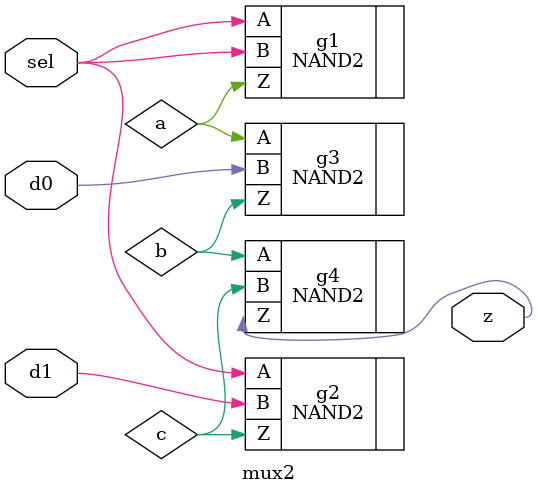
<source format=sv>
module mux2 (
    input logic d0,          // Data input 0
    input logic d1,          // Data input 1
    input logic sel,         // Select input
    output logic z           // Output
);

	logic a,b,c;

	NAND2 #(.Tpdlh(8), .Tpdhl(8)) g1(.A(sel), .B(sel), .Z(a));
    NAND2 #(.Tpdlh(8), .Tpdhl(8)) g2(.A(sel), .B(d1), .Z(c));
	NAND2 #(.Tpdlh(8), .Tpdhl(8)) g3(.A(a), .B(d0), .Z(b));
	NAND2 #(.Tpdlh(8), .Tpdhl(8)) g4(.A(b), .B(c), .Z(z));


endmodule

</source>
